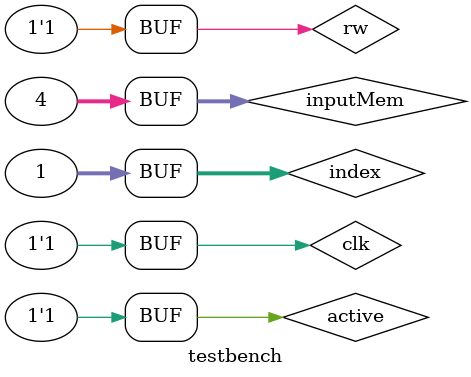
<source format=v>
`timescale 1ns/1ns

module testbench ();
    reg clk;
    wire active,rw;
    wire [31:0] index,inputMem,outputMem;
    
    initial begin
        $dumpfile("testbench.vcd");
        $dumpvars(0,testbench);
        clk                  = 1;
        repeat(5000) #50 clk = ~clk;
    end
    
    assign active    = 1'b1;
    assign rw        = 1'b1;
    assign index     = 32'b00000000000000000000000000000001;
    assign inputMem  = 32'b00000000000000000000000000000100;
    
    dataMemory dataMemory(clk, active, rw, index, outputMem, inputMem);
endmodule

</source>
